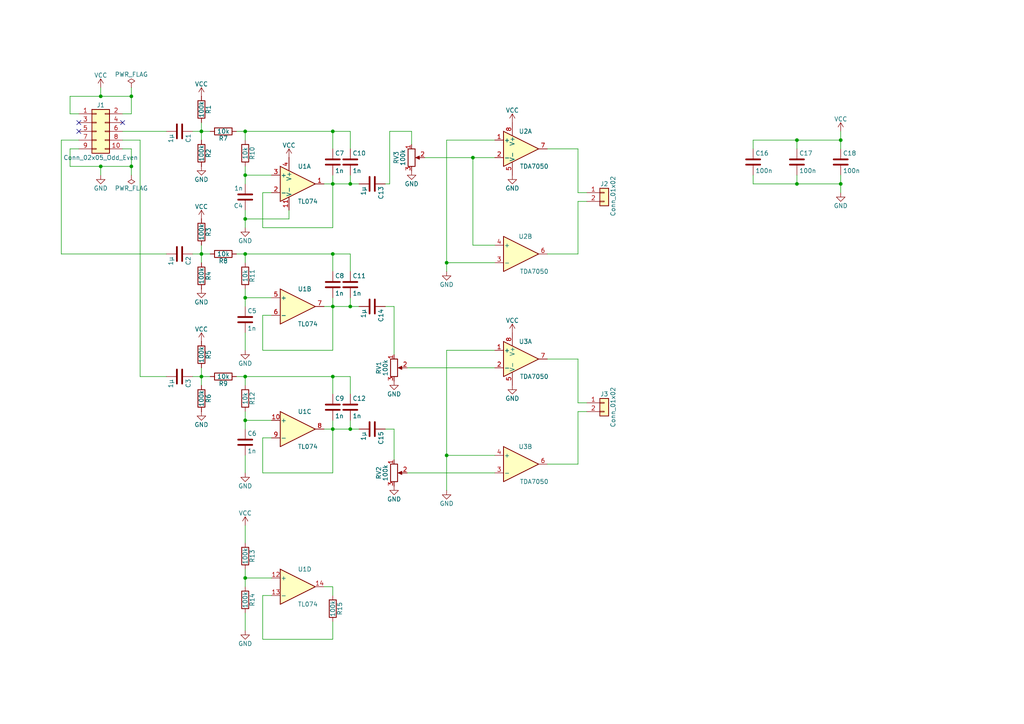
<source format=kicad_sch>
(kicad_sch (version 20231120) (generator "eeschema") (generator_version "8.0")
  (paper "A4")
  (title_block (title "Sound Fix for gbreveng board") (date "2024-06-20") (rev "2") (company "Author: Michael Singer") (comment 1 "https://github.com/msinger/gbreveng/") (comment 2 "http://iceboy.a-singer.de/"))
  (lib_symbols
    (symbol "Amplifier_Audio_TDA7050:TDA7050" (pin_names (offset 0.127))
      (property "Reference" "U" (at 1.27 5.08 0))
      (property "Value" "TDA7050" (at 3.81 -5.08 0))
      (symbol "TDA7050_1_1"
        (polyline (pts (xy -5.08 5.08) (xy 5.08 0) (xy -5.08 -5.08) (xy -5.08 5.08)) (stroke (width 0.254)) (fill (type background)))
        (pin input line (at -7.62 2.54 0) (length 2.54) (name "+") (number "1"))
        (pin input line (at -7.62 -2.54 0) (length 2.54) (name "-") (number "2"))
        (pin output line (at 7.62 0 180) (length 2.54) (name "~") (number "7"))
      )
      (symbol "TDA7050_2_1"
        (polyline (pts (xy -5.08 5.08) (xy 5.08 0) (xy -5.08 -5.08) (xy -5.08 5.08)) (stroke (width 0.254)) (fill (type background)))
        (pin input line (at -7.62 -2.54 0) (length 2.54) (name "-") (number "3"))
        (pin input line (at -7.62 2.54 0) (length 2.54) (name "+") (number "4"))
        (pin output line (at 7.62 0 180) (length 2.54) (name "~") (number "6"))
      )
      (symbol "TDA7050_3_1"
        (pin power_in line (at -2.54 -7.62 90) (length 3.81) (name "V-") (number "5"))
        (pin power_in line (at -2.54 7.62 270) (length 3.81) (name "V+") (number "8"))
      )
    )
    (symbol "Amplifier_Operational:TL074" (pin_names (offset 0.127))
      (property "Reference" "U" (at 0 5.08 0))
      (property "Value" "TL074" (at 0 -5.08 0))
      (symbol "TL074_1_1"
        (polyline (pts (xy -5.08 5.08) (xy 5.08 0) (xy -5.08 -5.08) (xy -5.08 5.08)) (stroke (width 0.254)) (fill (type background)))
        (pin output line (at 7.62 0 180) (length 2.54) (name "~") (number "1"))
        (pin input line (at -7.62 -2.54 0) (length 2.54) (name "-") (number "2"))
        (pin input line (at -7.62 2.54 0) (length 2.54) (name "+") (number "3"))
      )
      (symbol "TL074_2_1"
        (polyline (pts (xy -5.08 5.08) (xy 5.08 0) (xy -5.08 -5.08) (xy -5.08 5.08)) (stroke (width 0.254)) (fill (type background)))
        (pin input line (at -7.62 2.54 0) (length 2.54) (name "+") (number "5"))
        (pin input line (at -7.62 -2.54 0) (length 2.54) (name "-") (number "6"))
        (pin output line (at 7.62 0 180) (length 2.54) (name "~") (number "7"))
      )
      (symbol "TL074_3_1"
        (polyline (pts (xy -5.08 5.08) (xy 5.08 0) (xy -5.08 -5.08) (xy -5.08 5.08)) (stroke (width 0.254)) (fill (type background)))
        (pin input line (at -7.62 2.54 0) (length 2.54) (name "+") (number "10"))
        (pin output line (at 7.62 0 180) (length 2.54) (name "~") (number "8"))
        (pin input line (at -7.62 -2.54 0) (length 2.54) (name "-") (number "9"))
      )
      (symbol "TL074_4_1"
        (polyline (pts (xy -5.08 5.08) (xy 5.08 0) (xy -5.08 -5.08) (xy -5.08 5.08)) (stroke (width 0.254)) (fill (type background)))
        (pin input line (at -7.62 2.54 0) (length 2.54) (name "+") (number "12"))
        (pin input line (at -7.62 -2.54 0) (length 2.54) (name "-") (number "13"))
        (pin output line (at 7.62 0 180) (length 2.54) (name "~") (number "14"))
      )
      (symbol "TL074_5_1"
        (pin power_in line (at -2.54 -7.62 90) (length 3.81) (name "V-") (number "11"))
        (pin power_in line (at -2.54 7.62 270) (length 3.81) (name "V+") (number "4"))
      )
    )
    (symbol "Connector_Generic:Conn_01x02" (pin_names (offset 1.016) hide)
      (property "Reference" "J" (at 0 2.54 0))
      (property "Value" "Conn_01x02" (at 0 -5.08 0))
      (symbol "Conn_01x02_1_1"
        (rectangle (start -1.27 -2.413) (end 0 -2.667) (stroke (width 0.1524)))
        (rectangle (start -1.27 0.127) (end 0 -0.127) (stroke (width 0.1524)))
        (rectangle (start -1.27 1.27) (end 1.27 -3.81) (stroke (width 0.254)) (fill (type background)))
        (pin passive line (at -5.08 0 0) (length 3.81) (name "Pin_1") (number "1"))
        (pin passive line (at -5.08 -2.54 0) (length 3.81) (name "Pin_2") (number "2"))
      )
    )
    (symbol "Connector_Generic:Conn_02x05_Odd_Even" (pin_names (offset 1.016) hide)
      (property "Reference" "J" (at 1.27 7.62 0))
      (property "Value" "Conn_02x05_Odd_Even" (at 1.27 -7.62 0))
      (symbol "Conn_02x05_Odd_Even_1_1"
        (rectangle (start -1.27 -4.953) (end 0 -5.207) (stroke (width 0.1524)))
        (rectangle (start -1.27 -2.413) (end 0 -2.667) (stroke (width 0.1524)))
        (rectangle (start -1.27 0.127) (end 0 -0.127) (stroke (width 0.1524)))
        (rectangle (start -1.27 2.667) (end 0 2.413) (stroke (width 0.1524)))
        (rectangle (start -1.27 5.207) (end 0 4.953) (stroke (width 0.1524)))
        (rectangle (start -1.27 6.35) (end 3.81 -6.35) (stroke (width 0.254)) (fill (type background)))
        (rectangle (start 3.81 -4.953) (end 2.54 -5.207) (stroke (width 0.1524)))
        (rectangle (start 3.81 -2.413) (end 2.54 -2.667) (stroke (width 0.1524)))
        (rectangle (start 3.81 0.127) (end 2.54 -0.127) (stroke (width 0.1524)))
        (rectangle (start 3.81 2.667) (end 2.54 2.413) (stroke (width 0.1524)))
        (rectangle (start 3.81 5.207) (end 2.54 4.953) (stroke (width 0.1524)))
        (pin passive line (at -5.08 5.08 0) (length 3.81) (name "Pin_1") (number "1"))
        (pin passive line (at 7.62 -5.08 180) (length 3.81) (name "Pin_10") (number "10"))
        (pin passive line (at 7.62 5.08 180) (length 3.81) (name "Pin_2") (number "2"))
        (pin passive line (at -5.08 2.54 0) (length 3.81) (name "Pin_3") (number "3"))
        (pin passive line (at 7.62 2.54 180) (length 3.81) (name "Pin_4") (number "4"))
        (pin passive line (at -5.08 0 0) (length 3.81) (name "Pin_5") (number "5"))
        (pin passive line (at 7.62 0 180) (length 3.81) (name "Pin_6") (number "6"))
        (pin passive line (at -5.08 -2.54 0) (length 3.81) (name "Pin_7") (number "7"))
        (pin passive line (at 7.62 -2.54 180) (length 3.81) (name "Pin_8") (number "8"))
        (pin passive line (at -5.08 -5.08 0) (length 3.81) (name "Pin_9") (number "9"))
      )
    )
    (symbol "Device:C" (pin_numbers hide) (pin_names (offset 0.254))
      (property "Reference" "C" (at 0.635 2.54 0))
      (property "Value" "C" (at 0.635 -2.54 0))
      (symbol "C_0_1"
        (polyline (pts (xy -2.032 -0.762) (xy 2.032 -0.762)) (stroke (width 0.508)))
        (polyline (pts (xy -2.032 0.762) (xy 2.032 0.762)) (stroke (width 0.508)))
      )
      (symbol "C_1_1"
        (pin passive line (at 0 3.81 270) (length 2.794) (name "~") (number "1"))
        (pin passive line (at 0 -3.81 90) (length 2.794) (name "~") (number "2"))
      )
    )
    (symbol "Device:R" (pin_numbers hide) (pin_names (offset 0))
      (property "Reference" "R" (at 2.032 0 90))
      (property "Value" "R" (at 0 0 90))
      (symbol "R_0_1"
        (rectangle (start -1.016 -2.54) (end 1.016 2.54) (stroke (width 0.254)))
      )
      (symbol "R_1_1"
        (pin passive line (at 0 3.81 270) (length 1.27) (name "~") (number "1"))
        (pin passive line (at 0 -3.81 90) (length 1.27) (name "~") (number "2"))
      )
    )
    (symbol "Device:R_Potentiometer" (pin_names (offset 1.016) hide)
      (property "Reference" "RV" (at -4.445 0 90))
      (property "Value" "R_Potentiometer" (at -2.54 0 90))
      (symbol "R_Potentiometer_0_1"
        (polyline (pts (xy 2.54 0) (xy 1.524 0)))
        (polyline (pts (xy 1.143 0) (xy 2.286 0.508) (xy 2.286 -0.508) (xy 1.143 0)) (fill (type outline)))
        (rectangle (start 1.016 2.54) (end -1.016 -2.54) (stroke (width 0.254)))
      )
      (symbol "R_Potentiometer_1_1"
        (pin passive line (at 0 3.81 270) (length 1.27) (name "1") (number "1"))
        (pin passive line (at 3.81 0 180) (length 1.27) (name "2") (number "2"))
        (pin passive line (at 0 -3.81 90) (length 1.27) (name "3") (number "3"))
      )
    )
    (symbol "power:GND" (power) (pin_numbers hide) (pin_names (offset 0) hide)
      (property "Value" "GND" (at 0 -3.81 0))
      (symbol "GND_0_1"
        (polyline (pts (xy 0 0) (xy 0 -1.27) (xy 1.27 -1.27) (xy 0 -2.54) (xy -1.27 -1.27) (xy 0 -1.27)))
      )
      (symbol "GND_1_1"
        (pin power_in line (at 0 0 270) (length 0) (name "~") (number "1"))
      )
    )
    (symbol "power:PWR_FLAG" (power) (pin_numbers hide) (pin_names (offset 0) hide)
      (property "Value" "PWR_FLAG" (at 0 3.81 0))
      (symbol "PWR_FLAG_0_0"
        (pin power_out line (at 0 0 90) (length 0) (name "~") (number "1"))
      )
      (symbol "PWR_FLAG_0_1"
        (polyline (pts (xy 0 0) (xy 0 1.27) (xy -1.016 1.905) (xy 0 2.54) (xy 1.016 1.905) (xy 0 1.27)))
      )
    )
    (symbol "power:VCC" (power) (pin_numbers hide) (pin_names (offset 0) hide)
      (property "Value" "VCC" (at 0 3.556 0))
      (symbol "VCC_0_1"
        (polyline (pts (xy -0.762 1.27) (xy 0 2.54)))
        (polyline (pts (xy 0 0) (xy 0 2.54)))
        (polyline (pts (xy 0 2.54) (xy 0.762 1.27)))
      )
      (symbol "VCC_1_1"
        (pin power_in line (at 0 0 90) (length 0) (name "~") (number "1"))
      )
    )
  )
  (junction (at 137.16 45.72))
  (junction (at 231.14 40.64))
  (junction (at 101.6 124.46))
  (junction (at 58.42 38.1))
  (junction (at 71.12 38.1))
  (junction (at 96.52 73.66))
  (junction (at 96.52 109.22))
  (junction (at 243.84 40.64))
  (junction (at 71.12 50.8))
  (junction (at 71.12 167.64))
  (junction (at 38.1 27.94))
  (junction (at 71.12 121.92))
  (junction (at 71.12 86.36))
  (junction (at 231.14 53.34))
  (junction (at 58.42 109.22))
  (junction (at 96.52 38.1))
  (junction (at 101.6 53.34))
  (junction (at 129.54 132.08))
  (junction (at 38.1 48.26))
  (junction (at 71.12 109.22))
  (junction (at 243.84 53.34))
  (junction (at 71.12 73.66))
  (junction (at 96.52 88.9))
  (junction (at 96.52 124.46))
  (junction (at 101.6 88.9))
  (junction (at 96.52 53.34))
  (junction (at 129.54 76.2))
  (junction (at 29.21 48.26))
  (junction (at 71.12 63.5))
  (junction (at 58.42 73.66))
  (junction (at 29.21 27.94))
  (no_connect (at 22.86 35.56))
  (no_connect (at 35.56 35.56))
  (no_connect (at 22.86 38.1))
  (wire (pts (xy 93.98 124.46) (xy 96.52 124.46)))
  (wire (pts (xy 76.2 55.88) (xy 78.74 55.88)))
  (wire (pts (xy 71.12 63.5) (xy 83.82 63.5)))
  (wire (pts (xy 20.32 33.02) (xy 22.86 33.02)))
  (wire (pts (xy 76.2 91.44) (xy 78.74 91.44)))
  (wire (pts (xy 38.1 33.02) (xy 35.56 33.02)))
  (wire (pts (xy 101.6 86.36) (xy 101.6 88.9)))
  (wire (pts (xy 96.52 73.66) (xy 71.12 73.66)))
  (wire (pts (xy 38.1 27.94) (xy 29.21 27.94)))
  (wire (pts (xy 231.14 50.8) (xy 231.14 53.34)))
  (wire (pts (xy 38.1 43.18) (xy 38.1 48.26)))
  (wire (pts (xy 58.42 38.1) (xy 60.96 38.1)))
  (wire (pts (xy 83.82 63.5) (xy 83.82 60.96)))
  (wire (pts (xy 129.54 101.6) (xy 143.51 101.6)))
  (wire (pts (xy 113.03 53.34) (xy 111.76 53.34)))
  (wire (pts (xy 17.78 40.64) (xy 17.78 73.66)))
  (wire (pts (xy 38.1 25.4) (xy 38.1 27.94)))
  (wire (pts (xy 71.12 63.5) (xy 71.12 66.04)))
  (wire (pts (xy 71.12 121.92) (xy 71.12 124.46)))
  (wire (pts (xy 101.6 88.9) (xy 104.14 88.9)))
  (wire (pts (xy 101.6 53.34) (xy 104.14 53.34)))
  (wire (pts (xy 29.21 27.94) (xy 29.21 25.4)))
  (wire (pts (xy 114.3 124.46) (xy 111.76 124.46)))
  (wire (pts (xy 129.54 40.64) (xy 143.51 40.64)))
  (wire (pts (xy 96.52 50.8) (xy 96.52 53.34)))
  (wire (pts (xy 101.6 43.18) (xy 101.6 38.1)))
  (wire (pts (xy 158.75 104.14) (xy 167.64 104.14)))
  (wire (pts (xy 29.21 50.8) (xy 29.21 48.26)))
  (wire (pts (xy 137.16 45.72) (xy 143.51 45.72)))
  (wire (pts (xy 71.12 121.92) (xy 78.74 121.92)))
  (wire (pts (xy 118.11 137.16) (xy 143.51 137.16)))
  (wire (pts (xy 38.1 43.18) (xy 35.56 43.18)))
  (wire (pts (xy 96.52 180.34) (xy 96.52 185.42)))
  (wire (pts (xy 158.75 73.66) (xy 167.64 73.66)))
  (wire (pts (xy 114.3 88.9) (xy 111.76 88.9)))
  (wire (pts (xy 101.6 50.8) (xy 101.6 53.34)))
  (wire (pts (xy 243.84 38.1) (xy 243.84 40.64)))
  (wire (pts (xy 40.64 109.22) (xy 48.26 109.22)))
  (wire (pts (xy 96.52 121.92) (xy 96.52 124.46)))
  (wire (pts (xy 167.64 116.84) (xy 170.18 116.84)))
  (wire (pts (xy 58.42 73.66) (xy 60.96 73.66)))
  (wire (pts (xy 243.84 50.8) (xy 243.84 53.34)))
  (wire (pts (xy 71.12 177.8) (xy 71.12 182.88)))
  (wire (pts (xy 96.52 53.34) (xy 101.6 53.34)))
  (wire (pts (xy 71.12 109.22) (xy 68.58 109.22)))
  (wire (pts (xy 55.88 109.22) (xy 58.42 109.22)))
  (wire (pts (xy 76.2 137.16) (xy 76.2 127)))
  (wire (pts (xy 20.32 43.18) (xy 20.32 48.26)))
  (wire (pts (xy 129.54 40.64) (xy 129.54 76.2)))
  (wire (pts (xy 71.12 96.52) (xy 71.12 101.6)))
  (wire (pts (xy 76.2 66.04) (xy 76.2 55.88)))
  (wire (pts (xy 71.12 165.1) (xy 71.12 167.64)))
  (wire (pts (xy 243.84 40.64) (xy 243.84 43.18)))
  (wire (pts (xy 78.74 86.36) (xy 71.12 86.36)))
  (wire (pts (xy 96.52 101.6) (xy 76.2 101.6)))
  (wire (pts (xy 71.12 73.66) (xy 68.58 73.66)))
  (wire (pts (xy 71.12 167.64) (xy 71.12 170.18)))
  (wire (pts (xy 218.44 40.64) (xy 231.14 40.64)))
  (wire (pts (xy 71.12 83.82) (xy 71.12 86.36)))
  (wire (pts (xy 96.52 66.04) (xy 76.2 66.04)))
  (wire (pts (xy 48.26 38.1) (xy 35.56 38.1)))
  (wire (pts (xy 71.12 109.22) (xy 71.12 111.76)))
  (wire (pts (xy 93.98 88.9) (xy 96.52 88.9)))
  (wire (pts (xy 231.14 53.34) (xy 218.44 53.34)))
  (wire (pts (xy 243.84 53.34) (xy 243.84 55.88)))
  (wire (pts (xy 96.52 124.46) (xy 96.52 137.16)))
  (wire (pts (xy 118.11 106.68) (xy 143.51 106.68)))
  (wire (pts (xy 114.3 133.35) (xy 114.3 124.46)))
  (wire (pts (xy 38.1 48.26) (xy 38.1 50.8)))
  (wire (pts (xy 71.12 152.4) (xy 71.12 157.48)))
  (wire (pts (xy 96.52 78.74) (xy 96.52 73.66)))
  (wire (pts (xy 58.42 106.68) (xy 58.42 109.22)))
  (wire (pts (xy 96.52 109.22) (xy 71.12 109.22)))
  (wire (pts (xy 76.2 101.6) (xy 76.2 91.44)))
  (wire (pts (xy 58.42 38.1) (xy 58.42 40.64)))
  (wire (pts (xy 96.52 43.18) (xy 96.52 38.1)))
  (wire (pts (xy 96.52 38.1) (xy 71.12 38.1)))
  (wire (pts (xy 158.75 134.62) (xy 167.64 134.62)))
  (wire (pts (xy 114.3 102.87) (xy 114.3 88.9)))
  (wire (pts (xy 170.18 119.38) (xy 167.64 119.38)))
  (wire (pts (xy 58.42 73.66) (xy 58.42 76.2)))
  (wire (pts (xy 76.2 172.72) (xy 78.74 172.72)))
  (wire (pts (xy 158.75 43.18) (xy 167.64 43.18)))
  (wire (pts (xy 96.52 53.34) (xy 96.52 66.04)))
  (wire (pts (xy 71.12 132.08) (xy 71.12 137.16)))
  (wire (pts (xy 71.12 86.36) (xy 71.12 88.9)))
  (wire (pts (xy 71.12 48.26) (xy 71.12 50.8)))
  (wire (pts (xy 29.21 27.94) (xy 20.32 27.94)))
  (wire (pts (xy 96.52 114.3) (xy 96.52 109.22)))
  (wire (pts (xy 113.03 38.1) (xy 113.03 53.34)))
  (wire (pts (xy 129.54 132.08) (xy 143.51 132.08)))
  (wire (pts (xy 101.6 38.1) (xy 96.52 38.1)))
  (wire (pts (xy 96.52 185.42) (xy 76.2 185.42)))
  (wire (pts (xy 96.52 137.16) (xy 76.2 137.16)))
  (wire (pts (xy 167.64 119.38) (xy 167.64 134.62)))
  (wire (pts (xy 137.16 71.12) (xy 143.51 71.12)))
  (wire (pts (xy 129.54 101.6) (xy 129.54 132.08)))
  (wire (pts (xy 71.12 73.66) (xy 71.12 76.2)))
  (wire (pts (xy 40.64 40.64) (xy 40.64 109.22)))
  (wire (pts (xy 71.12 50.8) (xy 78.74 50.8)))
  (wire (pts (xy 101.6 121.92) (xy 101.6 124.46)))
  (wire (pts (xy 129.54 76.2) (xy 143.51 76.2)))
  (wire (pts (xy 35.56 40.64) (xy 40.64 40.64)))
  (wire (pts (xy 119.38 38.1) (xy 119.38 41.91)))
  (wire (pts (xy 218.44 53.34) (xy 218.44 50.8)))
  (wire (pts (xy 167.64 58.42) (xy 167.64 73.66)))
  (wire (pts (xy 231.14 43.18) (xy 231.14 40.64)))
  (wire (pts (xy 58.42 109.22) (xy 58.42 111.76)))
  (wire (pts (xy 17.78 73.66) (xy 48.26 73.66)))
  (wire (pts (xy 55.88 73.66) (xy 58.42 73.66)))
  (wire (pts (xy 170.18 58.42) (xy 167.64 58.42)))
  (wire (pts (xy 167.64 55.88) (xy 170.18 55.88)))
  (wire (pts (xy 20.32 48.26) (xy 29.21 48.26)))
  (wire (pts (xy 101.6 78.74) (xy 101.6 73.66)))
  (wire (pts (xy 96.52 88.9) (xy 96.52 101.6)))
  (wire (pts (xy 101.6 114.3) (xy 101.6 109.22)))
  (wire (pts (xy 71.12 38.1) (xy 68.58 38.1)))
  (wire (pts (xy 129.54 76.2) (xy 129.54 78.74)))
  (wire (pts (xy 93.98 53.34) (xy 96.52 53.34)))
  (wire (pts (xy 93.98 170.18) (xy 96.52 170.18)))
  (wire (pts (xy 101.6 109.22) (xy 96.52 109.22)))
  (wire (pts (xy 137.16 45.72) (xy 137.16 71.12)))
  (wire (pts (xy 76.2 185.42) (xy 76.2 172.72)))
  (wire (pts (xy 22.86 40.64) (xy 17.78 40.64)))
  (wire (pts (xy 96.52 86.36) (xy 96.52 88.9)))
  (wire (pts (xy 101.6 73.66) (xy 96.52 73.66)))
  (wire (pts (xy 243.84 53.34) (xy 231.14 53.34)))
  (wire (pts (xy 231.14 40.64) (xy 243.84 40.64)))
  (wire (pts (xy 218.44 43.18) (xy 218.44 40.64)))
  (wire (pts (xy 71.12 119.38) (xy 71.12 121.92)))
  (wire (pts (xy 71.12 50.8) (xy 71.12 53.34)))
  (wire (pts (xy 71.12 38.1) (xy 71.12 40.64)))
  (wire (pts (xy 76.2 127) (xy 78.74 127)))
  (wire (pts (xy 167.64 43.18) (xy 167.64 55.88)))
  (wire (pts (xy 96.52 124.46) (xy 101.6 124.46)))
  (wire (pts (xy 22.86 43.18) (xy 20.32 43.18)))
  (wire (pts (xy 29.21 48.26) (xy 38.1 48.26)))
  (wire (pts (xy 58.42 35.56) (xy 58.42 38.1)))
  (wire (pts (xy 119.38 38.1) (xy 113.03 38.1)))
  (wire (pts (xy 167.64 104.14) (xy 167.64 116.84)))
  (wire (pts (xy 20.32 27.94) (xy 20.32 33.02)))
  (wire (pts (xy 71.12 167.64) (xy 78.74 167.64)))
  (wire (pts (xy 123.19 45.72) (xy 137.16 45.72)))
  (wire (pts (xy 58.42 109.22) (xy 60.96 109.22)))
  (wire (pts (xy 101.6 124.46) (xy 104.14 124.46)))
  (wire (pts (xy 58.42 71.12) (xy 58.42 73.66)))
  (wire (pts (xy 38.1 27.94) (xy 38.1 33.02)))
  (wire (pts (xy 96.52 88.9) (xy 101.6 88.9)))
  (wire (pts (xy 55.88 38.1) (xy 58.42 38.1)))
  (wire (pts (xy 71.12 60.96) (xy 71.12 63.5)))
  (wire (pts (xy 129.54 132.08) (xy 129.54 142.24)))
  (wire (pts (xy 96.52 170.18) (xy 96.52 172.72)))
  (symbol (lib_id "Amplifier_Operational:TL074") (at 86.36 53.34 0) (unit 1)
    (property "Reference" "U1" (at 86.36 48.26 0) (effects (justify left)))
    (property "Value" "TL074" (at 86.36 58.42 0) (effects (justify left)))
    (property "Footprint" "Package_DIP:DIP-14_W7.62mm_Socket" (effects (hide yes)))
    (property "Datasheet" "http://www.ti.com/lit/ds/symlink/tl071.pdf" (effects (hide yes)))
    (property "Description" "Quad Low-Noise JFET-Input Operational Amplifiers, DIP-14/SOIC-14" (effects (hide yes)))
  )
  (symbol (lib_id "Amplifier_Operational:TL074") (at 86.36 88.9 0) (unit 2)
    (property "Reference" "U1" (at 86.36 83.82 0) (effects (justify left)))
    (property "Value" "TL074" (at 86.36 93.98 0) (effects (justify left)))
    (property "Footprint" "Package_DIP:DIP-14_W7.62mm_Socket" (effects (hide yes)))
    (property "Datasheet" "http://www.ti.com/lit/ds/symlink/tl071.pdf" (effects (hide yes)))
    (property "Description" "Quad Low-Noise JFET-Input Operational Amplifiers, DIP-14/SOIC-14" (effects (hide yes)))
  )
  (symbol (lib_id "Amplifier_Operational:TL074") (at 86.36 124.46 0) (unit 3)
    (property "Reference" "U1" (at 86.36 119.38 0) (effects (justify left)))
    (property "Value" "TL074" (at 86.36 129.54 0) (effects (justify left)))
    (property "Footprint" "Package_DIP:DIP-14_W7.62mm_Socket" (effects (hide yes)))
    (property "Datasheet" "http://www.ti.com/lit/ds/symlink/tl071.pdf" (effects (hide yes)))
    (property "Description" "Quad Low-Noise JFET-Input Operational Amplifiers, DIP-14/SOIC-14" (effects (hide yes)))
  )
  (symbol (lib_id "Amplifier_Operational:TL074") (at 86.36 170.18 0) (unit 4)
    (property "Reference" "U1" (at 86.36 165.1 0) (effects (justify left)))
    (property "Value" "TL074" (at 86.36 175.26 0) (effects (justify left)))
    (property "Footprint" "Package_DIP:DIP-14_W7.62mm_Socket" (effects (hide yes)))
    (property "Datasheet" "http://www.ti.com/lit/ds/symlink/tl071.pdf" (effects (hide yes)))
    (property "Description" "Quad Low-Noise JFET-Input Operational Amplifiers, DIP-14/SOIC-14" (effects (hide yes)))
  )
  (symbol (lib_id "Device:R") (at 96.52 176.53 0) (unit 1)
    (property "Reference" "R15" (at 98.552 176.53 90))
    (property "Value" "100k" (at 96.52 176.53 90))
    (property "Footprint" "Resistor_THT:R_Axial_DIN0207_L6.3mm_D2.5mm_P2.54mm_Vertical" (effects (hide yes)))
    (property "Description" "Resistor" (effects (hide yes)))
  )
  (symbol (lib_id "Device:R") (at 71.12 161.29 0) (unit 1)
    (property "Reference" "R13" (at 73.152 161.29 90))
    (property "Value" "100k" (at 71.12 161.29 90))
    (property "Footprint" "Resistor_THT:R_Axial_DIN0207_L6.3mm_D2.5mm_P2.54mm_Vertical" (effects (hide yes)))
    (property "Description" "Resistor" (effects (hide yes)))
  )
  (symbol (lib_id "Device:R") (at 71.12 173.99 0) (unit 1)
    (property "Reference" "R14" (at 73.152 173.99 90))
    (property "Value" "100k" (at 71.12 173.99 90))
    (property "Footprint" "Resistor_THT:R_Axial_DIN0207_L6.3mm_D2.5mm_P2.54mm_Vertical" (effects (hide yes)))
    (property "Description" "Resistor" (effects (hide yes)))
  )
  (symbol (lib_id "power:GND") (at 71.12 182.88 0) (unit 1)
    (property "Reference" "#PWR01" (effects (hide yes)))
    (property "Value" "GND" (at 71.12 186.69 0))
    (property "Description" "Power symbol creates a global label with name \"GND\" , ground" (effects (hide yes)))
  )
  (symbol (lib_id "power:VCC") (at 71.12 152.4 0) (unit 1)
    (property "Reference" "#PWR02" (effects (hide yes)))
    (property "Value" "VCC" (at 71.12 148.844 0))
    (property "Description" "Power symbol creates a global label with name \"VCC\"" (effects (hide yes)))
  )
  (symbol (lib_id "Device:C") (at 71.12 57.15 180) (unit 1)
    (property "Reference" "C4" (at 70.485 59.69 0) (effects (justify left)))
    (property "Value" "1n" (at 70.485 54.61 0) (effects (justify left)))
    (property "Footprint" "Capacitor_THT:C_Disc_D3.0mm_W2.0mm_P2.50mm" (effects (hide yes)))
    (property "Description" "Unpolarized capacitor" (effects (hide yes)))
  )
  (symbol (lib_id "Device:C") (at 71.12 92.71 0) (unit 1)
    (property "Reference" "C5" (at 71.755 90.17 0) (effects (justify left)))
    (property "Value" "1n" (at 71.755 95.25 0) (effects (justify left)))
    (property "Footprint" "Capacitor_THT:C_Disc_D3.0mm_W2.0mm_P2.50mm" (effects (hide yes)))
    (property "Description" "Unpolarized capacitor" (effects (hide yes)))
  )
  (symbol (lib_id "Device:C") (at 71.12 128.27 0) (unit 1)
    (property "Reference" "C6" (at 71.755 125.73 0) (effects (justify left)))
    (property "Value" "1n" (at 71.755 130.81 0) (effects (justify left)))
    (property "Footprint" "Capacitor_THT:C_Disc_D3.0mm_W2.0mm_P2.50mm" (effects (hide yes)))
    (property "Description" "Unpolarized capacitor" (effects (hide yes)))
  )
  (symbol (lib_id "Device:R") (at 71.12 44.45 0) (unit 1)
    (property "Reference" "R10" (at 73.152 44.45 90))
    (property "Value" "10k" (at 71.12 44.45 90))
    (property "Footprint" "Resistor_THT:R_Axial_DIN0207_L6.3mm_D2.5mm_P2.54mm_Vertical" (effects (hide yes)))
    (property "Description" "Resistor" (effects (hide yes)))
  )
  (symbol (lib_id "Device:R") (at 71.12 80.01 0) (unit 1)
    (property "Reference" "R11" (at 73.152 80.01 90))
    (property "Value" "10k" (at 71.12 80.01 90))
    (property "Footprint" "Resistor_THT:R_Axial_DIN0207_L6.3mm_D2.5mm_P2.54mm_Vertical" (effects (hide yes)))
    (property "Description" "Resistor" (effects (hide yes)))
  )
  (symbol (lib_id "Device:R") (at 71.12 115.57 0) (unit 1)
    (property "Reference" "R12" (at 73.152 115.57 90))
    (property "Value" "10k" (at 71.12 115.57 90))
    (property "Footprint" "Resistor_THT:R_Axial_DIN0207_L6.3mm_D2.5mm_P2.54mm_Vertical" (effects (hide yes)))
    (property "Description" "Resistor" (effects (hide yes)))
  )
  (symbol (lib_id "Device:R") (at 64.77 38.1 270) (unit 1)
    (property "Reference" "R7" (at 64.77 40.132 90))
    (property "Value" "10k" (at 64.77 38.1 90))
    (property "Footprint" "Resistor_THT:R_Axial_DIN0207_L6.3mm_D2.5mm_P2.54mm_Vertical" (effects (hide yes)))
    (property "Description" "Resistor" (effects (hide yes)))
  )
  (symbol (lib_id "Device:R") (at 64.77 73.66 270) (unit 1)
    (property "Reference" "R8" (at 64.77 75.692 90))
    (property "Value" "10k" (at 64.77 73.66 90))
    (property "Footprint" "Resistor_THT:R_Axial_DIN0207_L6.3mm_D2.5mm_P2.54mm_Vertical" (effects (hide yes)))
    (property "Description" "Resistor" (effects (hide yes)))
  )
  (symbol (lib_id "Device:R") (at 64.77 109.22 270) (unit 1)
    (property "Reference" "R9" (at 64.77 111.252 90))
    (property "Value" "10k" (at 64.77 109.22 90))
    (property "Footprint" "Resistor_THT:R_Axial_DIN0207_L6.3mm_D2.5mm_P2.54mm_Vertical" (effects (hide yes)))
    (property "Description" "Resistor" (effects (hide yes)))
  )
  (symbol (lib_id "Device:R") (at 58.42 31.75 0) (unit 1)
    (property "Reference" "R1" (at 60.452 31.75 90))
    (property "Value" "100k" (at 58.42 31.75 90))
    (property "Footprint" "Resistor_THT:R_Axial_DIN0207_L6.3mm_D2.5mm_P2.54mm_Vertical" (effects (hide yes)))
    (property "Description" "Resistor" (effects (hide yes)))
  )
  (symbol (lib_id "Device:R") (at 58.42 44.45 0) (unit 1)
    (property "Reference" "R2" (at 60.452 44.45 90))
    (property "Value" "100k" (at 58.42 44.45 90))
    (property "Footprint" "Resistor_THT:R_Axial_DIN0207_L6.3mm_D2.5mm_P2.54mm_Vertical" (effects (hide yes)))
    (property "Description" "Resistor" (effects (hide yes)))
  )
  (symbol (lib_id "Device:R") (at 58.42 67.31 0) (unit 1)
    (property "Reference" "R3" (at 60.452 67.31 90))
    (property "Value" "100k" (at 58.42 67.31 90))
    (property "Footprint" "Resistor_THT:R_Axial_DIN0207_L6.3mm_D2.5mm_P2.54mm_Vertical" (effects (hide yes)))
    (property "Description" "Resistor" (effects (hide yes)))
  )
  (symbol (lib_id "Device:R") (at 58.42 80.01 0) (unit 1)
    (property "Reference" "R4" (at 60.452 80.01 90))
    (property "Value" "100k" (at 58.42 80.01 90))
    (property "Footprint" "Resistor_THT:R_Axial_DIN0207_L6.3mm_D2.5mm_P2.54mm_Vertical" (effects (hide yes)))
    (property "Description" "Resistor" (effects (hide yes)))
  )
  (symbol (lib_id "Device:R") (at 58.42 102.87 0) (unit 1)
    (property "Reference" "R5" (at 60.452 102.87 90))
    (property "Value" "100k" (at 58.42 102.87 90))
    (property "Footprint" "Resistor_THT:R_Axial_DIN0207_L6.3mm_D2.5mm_P2.54mm_Vertical" (effects (hide yes)))
    (property "Description" "Resistor" (effects (hide yes)))
  )
  (symbol (lib_id "Device:R") (at 58.42 115.57 0) (unit 1)
    (property "Reference" "R6" (at 60.452 115.57 90))
    (property "Value" "100k" (at 58.42 115.57 90))
    (property "Footprint" "Resistor_THT:R_Axial_DIN0207_L6.3mm_D2.5mm_P2.54mm_Vertical" (effects (hide yes)))
    (property "Description" "Resistor" (effects (hide yes)))
  )
  (symbol (lib_id "Device:C") (at 52.07 38.1 270) (unit 1)
    (property "Reference" "C1" (at 54.61 38.735 0) (effects (justify left)))
    (property "Value" "1µ" (at 49.53 38.735 0) (effects (justify left)))
    (property "Footprint" "Capacitor_THT:C_Disc_D5.0mm_W2.5mm_P5.00mm" (effects (hide yes)))
    (property "Description" "Unpolarized capacitor" (effects (hide yes)))
  )
  (symbol (lib_id "Device:C") (at 52.07 73.66 270) (unit 1)
    (property "Reference" "C2" (at 54.61 74.295 0) (effects (justify left)))
    (property "Value" "1µ" (at 49.53 74.295 0) (effects (justify left)))
    (property "Footprint" "Capacitor_THT:C_Disc_D5.0mm_W2.5mm_P5.00mm" (effects (hide yes)))
    (property "Description" "Unpolarized capacitor" (effects (hide yes)))
  )
  (symbol (lib_id "Device:C") (at 52.07 109.22 270) (unit 1)
    (property "Reference" "C3" (at 54.61 109.855 0) (effects (justify left)))
    (property "Value" "1µ" (at 49.53 109.855 0) (effects (justify left)))
    (property "Footprint" "Capacitor_THT:C_Disc_D5.0mm_W2.5mm_P5.00mm" (effects (hide yes)))
    (property "Description" "Unpolarized capacitor" (effects (hide yes)))
  )
  (symbol (lib_id "Device:C") (at 96.52 46.99 0) (unit 1)
    (property "Reference" "C7" (at 97.155 44.45 0) (effects (justify left)))
    (property "Value" "1n" (at 97.155 49.53 0) (effects (justify left)))
    (property "Footprint" "Capacitor_THT:C_Disc_D3.0mm_W2.0mm_P2.50mm" (effects (hide yes)))
    (property "Description" "Unpolarized capacitor" (effects (hide yes)))
  )
  (symbol (lib_id "Device:C") (at 101.6 46.99 0) (unit 1)
    (property "Reference" "C10" (at 102.235 44.45 0) (effects (justify left)))
    (property "Value" "1n" (at 102.235 49.53 0) (effects (justify left)))
    (property "Footprint" "Capacitor_THT:C_Disc_D3.0mm_W2.0mm_P2.50mm" (effects (hide yes)))
    (property "Description" "Unpolarized capacitor" (effects (hide yes)))
  )
  (symbol (lib_id "Device:C") (at 107.95 53.34 270) (unit 1)
    (property "Reference" "C13" (at 110.49 53.975 0) (effects (justify left)))
    (property "Value" "1µ" (at 105.41 53.975 0) (effects (justify left)))
    (property "Footprint" "Capacitor_THT:C_Disc_D5.0mm_W2.5mm_P5.00mm" (effects (hide yes)))
    (property "Description" "Unpolarized capacitor" (effects (hide yes)))
  )
  (symbol (lib_id "Device:C") (at 96.52 82.55 0) (unit 1)
    (property "Reference" "C8" (at 97.155 80.01 0) (effects (justify left)))
    (property "Value" "1n" (at 97.155 85.09 0) (effects (justify left)))
    (property "Footprint" "Capacitor_THT:C_Disc_D3.0mm_W2.0mm_P2.50mm" (effects (hide yes)))
    (property "Description" "Unpolarized capacitor" (effects (hide yes)))
  )
  (symbol (lib_id "Device:C") (at 101.6 82.55 0) (unit 1)
    (property "Reference" "C11" (at 102.235 80.01 0) (effects (justify left)))
    (property "Value" "1n" (at 102.235 85.09 0) (effects (justify left)))
    (property "Footprint" "Capacitor_THT:C_Disc_D3.0mm_W2.0mm_P2.50mm" (effects (hide yes)))
    (property "Description" "Unpolarized capacitor" (effects (hide yes)))
  )
  (symbol (lib_id "Device:C") (at 107.95 88.9 270) (unit 1)
    (property "Reference" "C14" (at 110.49 89.535 0) (effects (justify left)))
    (property "Value" "1µ" (at 105.41 89.535 0) (effects (justify left)))
    (property "Footprint" "Capacitor_THT:C_Disc_D5.0mm_W2.5mm_P5.00mm" (effects (hide yes)))
    (property "Description" "Unpolarized capacitor" (effects (hide yes)))
  )
  (symbol (lib_id "Device:C") (at 96.52 118.11 0) (unit 1)
    (property "Reference" "C9" (at 97.155 115.57 0) (effects (justify left)))
    (property "Value" "1n" (at 97.155 120.65 0) (effects (justify left)))
    (property "Footprint" "Capacitor_THT:C_Disc_D3.0mm_W2.0mm_P2.50mm" (effects (hide yes)))
    (property "Description" "Unpolarized capacitor" (effects (hide yes)))
  )
  (symbol (lib_id "Device:C") (at 101.6 118.11 0) (unit 1)
    (property "Reference" "C12" (at 102.235 115.57 0) (effects (justify left)))
    (property "Value" "1n" (at 102.235 120.65 0) (effects (justify left)))
    (property "Footprint" "Capacitor_THT:C_Disc_D3.0mm_W2.0mm_P2.50mm" (effects (hide yes)))
    (property "Description" "Unpolarized capacitor" (effects (hide yes)))
  )
  (symbol (lib_id "Device:C") (at 107.95 124.46 270) (unit 1)
    (property "Reference" "C15" (at 110.49 125.095 0) (effects (justify left)))
    (property "Value" "1µ" (at 105.41 125.095 0) (effects (justify left)))
    (property "Footprint" "Capacitor_THT:C_Disc_D5.0mm_W2.5mm_P5.00mm" (effects (hide yes)))
    (property "Description" "Unpolarized capacitor" (effects (hide yes)))
  )
  (symbol (lib_id "power:GND") (at 71.12 101.6 0) (unit 1)
    (property "Reference" "#PWR03" (effects (hide yes)))
    (property "Value" "GND" (at 71.12 105.41 0))
    (property "Description" "Power symbol creates a global label with name \"GND\" , ground" (effects (hide yes)))
  )
  (symbol (lib_id "power:GND") (at 71.12 66.04 0) (unit 1)
    (property "Reference" "#PWR04" (effects (hide yes)))
    (property "Value" "GND" (at 71.12 69.85 0))
    (property "Description" "Power symbol creates a global label with name \"GND\" , ground" (effects (hide yes)))
  )
  (symbol (lib_id "power:GND") (at 71.12 137.16 0) (unit 1)
    (property "Reference" "#PWR05" (effects (hide yes)))
    (property "Value" "GND" (at 71.12 140.97 0))
    (property "Description" "Power symbol creates a global label with name \"GND\" , ground" (effects (hide yes)))
  )
  (symbol (lib_id "power:VCC") (at 83.82 45.72 0) (unit 1)
    (property "Reference" "#PWR06" (effects (hide yes)))
    (property "Value" "VCC" (at 83.82 42.164 0))
    (property "Description" "Power symbol creates a global label with name \"VCC\"" (effects (hide yes)))
  )
  (symbol (lib_id "power:VCC") (at 58.42 27.94 0) (unit 1)
    (property "Reference" "#PWR09" (effects (hide yes)))
    (property "Value" "VCC" (at 58.42 24.384 0))
    (property "Description" "Power symbol creates a global label with name \"VCC\"" (effects (hide yes)))
  )
  (symbol (lib_id "power:VCC") (at 58.42 63.5 0) (unit 1)
    (property "Reference" "#PWR010" (effects (hide yes)))
    (property "Value" "VCC" (at 58.42 59.944 0))
    (property "Description" "Power symbol creates a global label with name \"VCC\"" (effects (hide yes)))
  )
  (symbol (lib_id "power:VCC") (at 58.42 99.06 0) (unit 1)
    (property "Reference" "#PWR011" (effects (hide yes)))
    (property "Value" "VCC" (at 58.42 95.504 0))
    (property "Description" "Power symbol creates a global label with name \"VCC\"" (effects (hide yes)))
  )
  (symbol (lib_id "power:GND") (at 58.42 119.38 0) (unit 1)
    (property "Reference" "#PWR012" (effects (hide yes)))
    (property "Value" "GND" (at 58.42 123.19 0))
    (property "Description" "Power symbol creates a global label with name \"GND\" , ground" (effects (hide yes)))
  )
  (symbol (lib_id "power:GND") (at 58.42 83.82 0) (unit 1)
    (property "Reference" "#PWR013" (effects (hide yes)))
    (property "Value" "GND" (at 58.42 87.63 0))
    (property "Description" "Power symbol creates a global label with name \"GND\" , ground" (effects (hide yes)))
  )
  (symbol (lib_id "power:GND") (at 58.42 48.26 0) (unit 1)
    (property "Reference" "#PWR014" (effects (hide yes)))
    (property "Value" "GND" (at 58.42 52.07 0))
    (property "Description" "Power symbol creates a global label with name \"GND\" , ground" (effects (hide yes)))
  )
  (symbol (lib_id "Amplifier_Audio_TDA7050:TDA7050") (at 151.13 73.66 0) (unit 2)
    (property "Reference" "U2" (at 152.4 68.58 0))
    (property "Value" "TDA7050" (at 154.94 78.74 0))
    (property "Footprint" "Package_DIP:DIP-8_W7.62mm_Socket" (effects (hide yes)))
    (property "Datasheet" "https://eandc.ru/pdf/import/tda7050.pdf" (effects (hide yes)))
    (property "Description" "Low voltage mono/stereo poweramplifier" (effects (hide yes)))
  )
  (symbol (lib_id "Amplifier_Audio_TDA7050:TDA7050") (at 151.13 43.18 0) (unit 1)
    (property "Reference" "U2" (at 152.4 38.1 0))
    (property "Value" "TDA7050" (at 154.94 48.26 0))
    (property "Footprint" "Package_DIP:DIP-8_W7.62mm_Socket" (effects (hide yes)))
    (property "Datasheet" "https://eandc.ru/pdf/import/tda7050.pdf" (effects (hide yes)))
    (property "Description" "Low voltage mono/stereo poweramplifier" (effects (hide yes)))
  )
  (symbol (lib_id "Device:R_Potentiometer") (at 119.38 45.72 0) (unit 1)
    (property "Reference" "RV3" (at 114.935 45.72 90))
    (property "Value" "100k" (at 116.84 45.72 90))
    (property "Footprint" "Potentiometer_THT:Potentiometer_ACP_CA9-H2,5_Horizontal" (effects (hide yes)))
    (property "Description" "Potentiometer" (effects (hide yes)))
  )
  (symbol (lib_id "power:GND") (at 119.38 49.53 0) (unit 1)
    (property "Reference" "#PWR015" (effects (hide yes)))
    (property "Value" "GND" (at 119.38 53.34 0))
    (property "Description" "Power symbol creates a global label with name \"GND\" , ground" (effects (hide yes)))
  )
  (symbol (lib_id "power:VCC") (at 148.59 35.56 0) (unit 1)
    (property "Reference" "#PWR017" (effects (hide yes)))
    (property "Value" "VCC" (at 148.59 32.004 0))
    (property "Description" "Power symbol creates a global label with name \"VCC\"" (effects (hide yes)))
  )
  (symbol (lib_id "power:GND") (at 129.54 78.74 0) (unit 1)
    (property "Reference" "#PWR019" (effects (hide yes)))
    (property "Value" "GND" (at 129.54 82.55 0))
    (property "Description" "Power symbol creates a global label with name \"GND\" , ground" (effects (hide yes)))
  )
  (symbol (lib_id "power:GND") (at 148.59 50.8 0) (unit 1)
    (property "Reference" "#PWR020" (effects (hide yes)))
    (property "Value" "GND" (at 148.59 54.61 0))
    (property "Description" "Power symbol creates a global label with name \"GND\" , ground" (effects (hide yes)))
  )
  (symbol (lib_id "Amplifier_Audio_TDA7050:TDA7050") (at 151.13 104.14 0) (unit 1)
    (property "Reference" "U3" (at 152.4 99.06 0))
    (property "Value" "TDA7050" (at 154.94 109.22 0))
    (property "Footprint" "Package_DIP:DIP-8_W7.62mm_Socket" (effects (hide yes)))
    (property "Datasheet" "https://eandc.ru/pdf/import/tda7050.pdf" (effects (hide yes)))
    (property "Description" "Low voltage mono/stereo poweramplifier" (effects (hide yes)))
  )
  (symbol (lib_id "Amplifier_Audio_TDA7050:TDA7050") (at 151.13 134.62 0) (unit 2)
    (property "Reference" "U3" (at 152.4 129.54 0))
    (property "Value" "TDA7050" (at 154.94 139.7 0))
    (property "Footprint" "Package_DIP:DIP-8_W7.62mm_Socket" (effects (hide yes)))
    (property "Datasheet" "https://eandc.ru/pdf/import/tda7050.pdf" (effects (hide yes)))
    (property "Description" "Low voltage mono/stereo poweramplifier" (effects (hide yes)))
  )
  (symbol (lib_id "power:GND") (at 148.59 111.76 0) (unit 1)
    (property "Reference" "#PWR021" (effects (hide yes)))
    (property "Value" "GND" (at 148.59 115.57 0))
    (property "Description" "Power symbol creates a global label with name \"GND\" , ground" (effects (hide yes)))
  )
  (symbol (lib_id "power:VCC") (at 148.59 96.52 0) (unit 1)
    (property "Reference" "#PWR023" (effects (hide yes)))
    (property "Value" "VCC" (at 148.59 92.964 0))
    (property "Description" "Power symbol creates a global label with name \"VCC\"" (effects (hide yes)))
  )
  (symbol (lib_id "Connector_Generic:Conn_01x02") (at 175.26 55.88 0) (unit 1)
    (property "Reference" "J2" (at 175.26 53.34 0))
    (property "Value" "Conn_01x02" (at 177.8 56.896 90))
    (property "Footprint" "Connector_PinHeader_2.54mm:PinHeader_1x02_P2.54mm_Vertical" (effects (hide yes)))
    (property "Description" "Generic connector, single row, 01x02, script generated (kicad-library-utils/schlib/autogen/connector/)" (effects (hide yes)))
  )
  (symbol (lib_id "Connector_Generic:Conn_01x02") (at 175.26 116.84 0) (unit 1)
    (property "Reference" "J3" (at 175.26 114.3 0))
    (property "Value" "Conn_01x02" (at 177.8 118.11 90))
    (property "Footprint" "Connector_PinHeader_2.54mm:PinHeader_1x02_P2.54mm_Vertical" (effects (hide yes)))
    (property "Description" "Generic connector, single row, 01x02, script generated (kicad-library-utils/schlib/autogen/connector/)" (effects (hide yes)))
  )
  (symbol (lib_id "Device:R_Potentiometer") (at 114.3 106.68 0) (unit 1)
    (property "Reference" "RV1" (at 109.855 106.68 90))
    (property "Value" "100k" (at 111.76 106.68 90))
    (property "Footprint" "Potentiometer_THT:Potentiometer_ACP_CA9-H2,5_Horizontal" (effects (hide yes)))
    (property "Description" "Potentiometer" (effects (hide yes)))
  )
  (symbol (lib_id "Device:R_Potentiometer") (at 114.3 137.16 0) (unit 1)
    (property "Reference" "RV2" (at 109.855 137.16 90))
    (property "Value" "100k" (at 111.76 137.16 90))
    (property "Footprint" "Potentiometer_THT:Potentiometer_ACP_CA9-H2,5_Horizontal" (effects (hide yes)))
    (property "Description" "Potentiometer" (effects (hide yes)))
  )
  (symbol (lib_id "power:GND") (at 114.3 110.49 0) (unit 1)
    (property "Reference" "#PWR025" (effects (hide yes)))
    (property "Value" "GND" (at 114.3 114.3 0))
    (property "Description" "Power symbol creates a global label with name \"GND\" , ground" (effects (hide yes)))
  )
  (symbol (lib_id "power:GND") (at 114.3 140.97 0) (unit 1)
    (property "Reference" "#PWR026" (effects (hide yes)))
    (property "Value" "GND" (at 114.3 144.78 0))
    (property "Description" "Power symbol creates a global label with name \"GND\" , ground" (effects (hide yes)))
  )
  (symbol (lib_id "power:GND") (at 129.54 142.24 0) (unit 1)
    (property "Reference" "#PWR027" (effects (hide yes)))
    (property "Value" "GND" (at 129.54 146.05 0))
    (property "Description" "Power symbol creates a global label with name \"GND\" , ground" (effects (hide yes)))
  )
  (symbol (lib_id "Connector_Generic:Conn_02x05_Odd_Even") (at 27.94 38.1 0) (unit 1)
    (property "Reference" "J1" (at 29.21 30.48 0))
    (property "Value" "Conn_02x05_Odd_Even" (at 29.21 45.72 0))
    (property "Footprint" "Connector_PinSocket_2.54mm:PinSocket_2x05_P2.54mm_Vertical" (effects (hide yes)))
    (property "Description" "Generic connector, double row, 02x05, odd/even pin numbering scheme (row 1 odd numbers, row 2 even numbers), script generated (kicad-library-utils/schlib/autogen/connector/)" (effects (hide yes)))
  )
  (symbol (lib_id "power:GND") (at 29.21 50.8 0) (unit 1)
    (property "Reference" "#PWR028" (effects (hide yes)))
    (property "Value" "GND" (at 29.21 54.61 0))
    (property "Description" "Power symbol creates a global label with name \"GND\" , ground" (effects (hide yes)))
  )
  (symbol (lib_id "power:VCC") (at 29.21 25.4 0) (unit 1)
    (property "Reference" "#PWR029" (effects (hide yes)))
    (property "Value" "VCC" (at 29.21 21.844 0))
    (property "Description" "Power symbol creates a global label with name \"VCC\"" (effects (hide yes)))
  )
  (symbol (lib_id "Device:C") (at 218.44 46.99 0) (unit 1)
    (property "Reference" "C16" (at 219.075 44.45 0) (effects (justify left)))
    (property "Value" "100n" (at 219.075 49.53 0) (effects (justify left)))
    (property "Footprint" "Capacitor_THT:C_Disc_D3.0mm_W2.0mm_P2.50mm" (effects (hide yes)))
    (property "Description" "Unpolarized capacitor" (effects (hide yes)))
  )
  (symbol (lib_id "Device:C") (at 231.14 46.99 0) (unit 1)
    (property "Reference" "C17" (at 231.775 44.45 0) (effects (justify left)))
    (property "Value" "100n" (at 231.775 49.53 0) (effects (justify left)))
    (property "Footprint" "Capacitor_THT:C_Disc_D3.0mm_W2.0mm_P2.50mm" (effects (hide yes)))
    (property "Description" "Unpolarized capacitor" (effects (hide yes)))
  )
  (symbol (lib_id "Device:C") (at 243.84 46.99 0) (unit 1)
    (property "Reference" "C18" (at 244.475 44.45 0) (effects (justify left)))
    (property "Value" "100n" (at 244.475 49.53 0) (effects (justify left)))
    (property "Footprint" "Capacitor_THT:C_Disc_D3.0mm_W2.0mm_P2.50mm" (effects (hide yes)))
    (property "Description" "Unpolarized capacitor" (effects (hide yes)))
  )
  (symbol (lib_id "power:GND") (at 243.84 55.88 0) (unit 1)
    (property "Reference" "#PWR030" (effects (hide yes)))
    (property "Value" "GND" (at 243.84 59.69 0))
    (property "Description" "Power symbol creates a global label with name \"GND\" , ground" (effects (hide yes)))
  )
  (symbol (lib_id "power:VCC") (at 243.84 38.1 0) (unit 1)
    (property "Reference" "#PWR031" (effects (hide yes)))
    (property "Value" "VCC" (at 243.84 34.544 0))
    (property "Description" "Power symbol creates a global label with name \"VCC\"" (effects (hide yes)))
  )
  (symbol (lib_id "power:PWR_FLAG") (at 38.1 25.4 0) (unit 1)
    (property "Reference" "#FLG032" (effects (hide yes)))
    (property "Value" "PWR_FLAG" (at 38.1 21.59 0))
    (property "Description" "Special symbol for telling ERC where power comes from" (effects (hide yes)))
  )
  (symbol (lib_id "power:PWR_FLAG") (at 38.1 50.8 180) (unit 1)
    (property "Reference" "#FLG033" (effects (hide yes)))
    (property "Value" "PWR_FLAG" (at 38.1 54.61 0))
    (property "Description" "Special symbol for telling ERC where power comes from" (effects (hide yes)))
  )
  (symbol (lib_id "Amplifier_Audio_TDA7050:TDA7050") (at 151.13 43.18 0) (unit 3)
    (property "Reference" "U2" (effects (hide yes)))
    (property "Value" "TDA7050" (effects (hide yes)))
    (property "Footprint" "Package_DIP:DIP-8_W7.62mm_Socket" (effects (hide yes)))
    (property "Datasheet" "https://eandc.ru/pdf/import/tda7050.pdf" (effects (hide yes)))
    (property "Description" "Low voltage mono/stereo poweramplifier" (effects (hide yes)))
  )
  (symbol (lib_id "Amplifier_Audio_TDA7050:TDA7050") (at 151.13 104.14 0) (unit 3)
    (property "Reference" "U3" (effects (hide yes)))
    (property "Value" "TDA7050" (effects (hide yes)))
    (property "Footprint" "Package_DIP:DIP-8_W7.62mm_Socket" (effects (hide yes)))
    (property "Datasheet" "https://eandc.ru/pdf/import/tda7050.pdf" (effects (hide yes)))
    (property "Description" "Low voltage mono/stereo poweramplifier" (effects (hide yes)))
  )
  (symbol (lib_id "Amplifier_Operational:TL074") (at 86.36 53.34 0) (unit 5)
    (property "Reference" "U1" (effects (hide yes)))
    (property "Value" "TL074" (effects (hide yes)))
    (property "Footprint" "Package_DIP:DIP-14_W7.62mm_Socket" (effects (hide yes)))
    (property "Datasheet" "http://www.ti.com/lit/ds/symlink/tl071.pdf" (effects (hide yes)))
    (property "Description" "Quad Low-Noise JFET-Input Operational Amplifiers, DIP-14/SOIC-14" (effects (hide yes)))
  )
)
</source>
